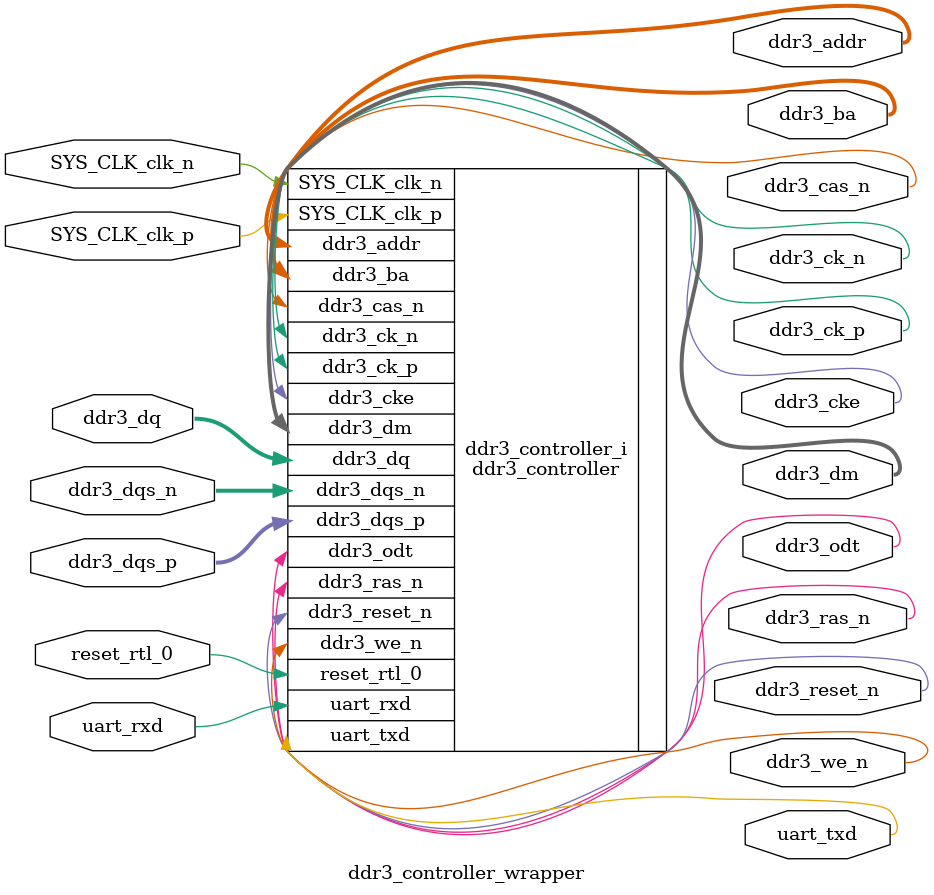
<source format=v>
`timescale 1 ps / 1 ps

module ddr3_controller_wrapper
   (SYS_CLK_clk_n,
    SYS_CLK_clk_p,
    ddr3_addr,
    ddr3_ba,
    ddr3_cas_n,
    ddr3_ck_n,
    ddr3_ck_p,
    ddr3_cke,
    ddr3_dm,
    ddr3_dq,
    ddr3_dqs_n,
    ddr3_dqs_p,
    ddr3_odt,
    ddr3_ras_n,
    ddr3_reset_n,
    ddr3_we_n,
    reset_rtl_0,
    uart_rxd,
    uart_txd);
  input SYS_CLK_clk_n;
  input SYS_CLK_clk_p;
  output [12:0]ddr3_addr;
  output [2:0]ddr3_ba;
  output ddr3_cas_n;
  output [0:0]ddr3_ck_n;
  output [0:0]ddr3_ck_p;
  output [0:0]ddr3_cke;
  output [1:0]ddr3_dm;
  inout [15:0]ddr3_dq;
  inout [1:0]ddr3_dqs_n;
  inout [1:0]ddr3_dqs_p;
  output [0:0]ddr3_odt;
  output ddr3_ras_n;
  output ddr3_reset_n;
  output ddr3_we_n;
  input reset_rtl_0;
  input uart_rxd;
  output uart_txd;

  wire SYS_CLK_clk_n;
  wire SYS_CLK_clk_p;
  wire [12:0]ddr3_addr;
  wire [2:0]ddr3_ba;
  wire ddr3_cas_n;
  wire [0:0]ddr3_ck_n;
  wire [0:0]ddr3_ck_p;
  wire [0:0]ddr3_cke;
  wire [1:0]ddr3_dm;
  wire [15:0]ddr3_dq;
  wire [1:0]ddr3_dqs_n;
  wire [1:0]ddr3_dqs_p;
  wire [0:0]ddr3_odt;
  wire ddr3_ras_n;
  wire ddr3_reset_n;
  wire ddr3_we_n;
  wire reset_rtl_0;
  wire uart_rxd;
  wire uart_txd;

  ddr3_controller ddr3_controller_i
       (.SYS_CLK_clk_n(SYS_CLK_clk_n),
        .SYS_CLK_clk_p(SYS_CLK_clk_p),
        .ddr3_addr(ddr3_addr),
        .ddr3_ba(ddr3_ba),
        .ddr3_cas_n(ddr3_cas_n),
        .ddr3_ck_n(ddr3_ck_n),
        .ddr3_ck_p(ddr3_ck_p),
        .ddr3_cke(ddr3_cke),
        .ddr3_dm(ddr3_dm),
        .ddr3_dq(ddr3_dq),
        .ddr3_dqs_n(ddr3_dqs_n),
        .ddr3_dqs_p(ddr3_dqs_p),
        .ddr3_odt(ddr3_odt),
        .ddr3_ras_n(ddr3_ras_n),
        .ddr3_reset_n(ddr3_reset_n),
        .ddr3_we_n(ddr3_we_n),
        .reset_rtl_0(reset_rtl_0),
        .uart_rxd(uart_rxd),
        .uart_txd(uart_txd));
endmodule

</source>
